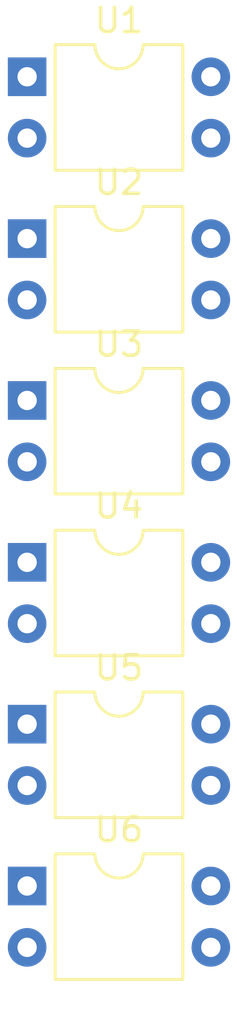
<source format=kicad_pcb>
(kicad_pcb (version 20221018) (generator pcbnew)
  (layers (0 "F.Cu" signal) (31 "B.Cu" signal) (34 "B.Paste" user) (35 "F.Paste" user) (36 "B.SilkS" user "B.Silkscreen") (37 "F.SilkS" user "F.Silkscreen") (38 "B.Mask" user) (39 "F.Mask" user) (44 "Edge.Cuts" user))
  (net 0 "")
  (net 1 "Net-(R1-Pad2)")
  (net 2 "GNDD")
  (net 3 "GND")
  (net 4 "Net-(J2-Pin_3)")
  (net 5 "Net-(R2-Pad2)")
  (net 6 "Net-(J2-Pin_4)")
  (net 7 "Net-(R3-Pad2)")
  (net 8 "Net-(J2-Pin_5)")
  (net 9 "Net-(R10-Pad1)")
  (net 10 "Net-(J1-Pin_6)")
  (net 11 "Net-(R11-Pad1)")
  (net 12 "Net-(J1-Pin_7)")
  (net 13 "Net-(R12-Pad1)")
  (net 14 "Net-(J1-Pin_8)")
  (footprint "Package_DIP:DIP-4_W7.62mm" (layer "F.Cu") (at 93.98 92.36)
    (fp_text reference "U5" (at 3.81 -2.33) (layer "F.SilkS"))
    (fp_text value "LTV-817")
    (fp_line (start 1.16 -1.33) (end 1.16 3.87) (stroke (width 0.12)) (layer "F.SilkS"))
    (fp_line (start 1.16 3.87) (end 6.46 3.87) (stroke (width 0.12)) (layer "F.SilkS"))
    (fp_line (start 2.81 -1.33) (end 1.16 -1.33) (stroke (width 0.12)) (layer "F.SilkS"))
    (fp_line (start 6.46 -1.33) (end 4.81 -1.33) (stroke (width 0.12)) (layer "F.SilkS"))
    (fp_line (start 6.46 3.87) (end 6.46 -1.33) (stroke (width 0.12)) (layer "F.SilkS"))
    (fp_arc (start 4.81 -1.33) (mid 3.81 -0.33) (end 2.81 -1.33) (stroke (width 0.12)) (layer "F.SilkS"))
    (pad "1" thru_hole rect (at 0 0) (size 1.6 1.6) (drill 0.8) (layers "*.Cu" "*.Mask") (net 11 "Net-(R11-Pad1)"))
    (pad "2" thru_hole oval (at 0 2.54) (size 1.6 1.6) (drill 0.8) (layers "*.Cu" "*.Mask") (net 3 "GND"))
    (pad "3" thru_hole oval (at 7.62 2.54) (size 1.6 1.6) (drill 0.8) (layers "*.Cu" "*.Mask") (net 2 "GNDD"))
    (pad "4" thru_hole oval (at 7.62 0) (size 1.6 1.6) (drill 0.8) (layers "*.Cu" "*.Mask") (net 12 "Net-(J1-Pin_7)"))
  )
  (footprint "Package_DIP:DIP-4_W7.62mm" (layer "F.Cu") (at 93.98 78.96)
    (fp_text reference "U3" (at 3.81 -2.33) (layer "F.SilkS"))
    (fp_text value "LTV-817")
    (fp_line (start 1.16 -1.33) (end 1.16 3.87) (stroke (width 0.12)) (layer "F.SilkS"))
    (fp_line (start 1.16 3.87) (end 6.46 3.87) (stroke (width 0.12)) (layer "F.SilkS"))
    (fp_line (start 2.81 -1.33) (end 1.16 -1.33) (stroke (width 0.12)) (layer "F.SilkS"))
    (fp_line (start 6.46 -1.33) (end 4.81 -1.33) (stroke (width 0.12)) (layer "F.SilkS"))
    (fp_line (start 6.46 3.87) (end 6.46 -1.33) (stroke (width 0.12)) (layer "F.SilkS"))
    (fp_arc (start 4.81 -1.33) (mid 3.81 -0.33) (end 2.81 -1.33) (stroke (width 0.12)) (layer "F.SilkS"))
    (pad "1" thru_hole rect (at 0 0) (size 1.6 1.6) (drill 0.8) (layers "*.Cu" "*.Mask") (net 7 "Net-(R3-Pad2)"))
    (pad "2" thru_hole oval (at 0 2.54) (size 1.6 1.6) (drill 0.8) (layers "*.Cu" "*.Mask") (net 2 "GNDD"))
    (pad "3" thru_hole oval (at 7.62 2.54) (size 1.6 1.6) (drill 0.8) (layers "*.Cu" "*.Mask") (net 3 "GND"))
    (pad "4" thru_hole oval (at 7.62 0) (size 1.6 1.6) (drill 0.8) (layers "*.Cu" "*.Mask") (net 8 "Net-(J2-Pin_5)"))
  )
  (footprint "Package_DIP:DIP-4_W7.62mm" (layer "F.Cu") (at 93.98 85.66)
    (fp_text reference "U4" (at 3.81 -2.33) (layer "F.SilkS"))
    (fp_text value "LTV-817")
    (fp_line (start 1.16 -1.33) (end 1.16 3.87) (stroke (width 0.12)) (layer "F.SilkS"))
    (fp_line (start 1.16 3.87) (end 6.46 3.87) (stroke (width 0.12)) (layer "F.SilkS"))
    (fp_line (start 2.81 -1.33) (end 1.16 -1.33) (stroke (width 0.12)) (layer "F.SilkS"))
    (fp_line (start 6.46 -1.33) (end 4.81 -1.33) (stroke (width 0.12)) (layer "F.SilkS"))
    (fp_line (start 6.46 3.87) (end 6.46 -1.33) (stroke (width 0.12)) (layer "F.SilkS"))
    (fp_arc (start 4.81 -1.33) (mid 3.81 -0.33) (end 2.81 -1.33) (stroke (width 0.12)) (layer "F.SilkS"))
    (pad "1" thru_hole rect (at 0 0) (size 1.6 1.6) (drill 0.8) (layers "*.Cu" "*.Mask") (net 9 "Net-(R10-Pad1)"))
    (pad "2" thru_hole oval (at 0 2.54) (size 1.6 1.6) (drill 0.8) (layers "*.Cu" "*.Mask") (net 3 "GND"))
    (pad "3" thru_hole oval (at 7.62 2.54) (size 1.6 1.6) (drill 0.8) (layers "*.Cu" "*.Mask") (net 2 "GNDD"))
    (pad "4" thru_hole oval (at 7.62 0) (size 1.6 1.6) (drill 0.8) (layers "*.Cu" "*.Mask") (net 10 "Net-(J1-Pin_6)"))
  )
  (footprint "Package_DIP:DIP-4_W7.62mm" (layer "F.Cu") (at 93.98 72.26)
    (fp_text reference "U2" (at 3.81 -2.33) (layer "F.SilkS"))
    (fp_text value "LTV-817")
    (fp_line (start 1.16 -1.33) (end 1.16 3.87) (stroke (width 0.12)) (layer "F.SilkS"))
    (fp_line (start 1.16 3.87) (end 6.46 3.87) (stroke (width 0.12)) (layer "F.SilkS"))
    (fp_line (start 2.81 -1.33) (end 1.16 -1.33) (stroke (width 0.12)) (layer "F.SilkS"))
    (fp_line (start 6.46 -1.33) (end 4.81 -1.33) (stroke (width 0.12)) (layer "F.SilkS"))
    (fp_line (start 6.46 3.87) (end 6.46 -1.33) (stroke (width 0.12)) (layer "F.SilkS"))
    (fp_arc (start 4.81 -1.33) (mid 3.81 -0.33) (end 2.81 -1.33) (stroke (width 0.12)) (layer "F.SilkS"))
    (pad "1" thru_hole rect (at 0 0) (size 1.6 1.6) (drill 0.8) (layers "*.Cu" "*.Mask") (net 5 "Net-(R2-Pad2)"))
    (pad "2" thru_hole oval (at 0 2.54) (size 1.6 1.6) (drill 0.8) (layers "*.Cu" "*.Mask") (net 2 "GNDD"))
    (pad "3" thru_hole oval (at 7.62 2.54) (size 1.6 1.6) (drill 0.8) (layers "*.Cu" "*.Mask") (net 3 "GND"))
    (pad "4" thru_hole oval (at 7.62 0) (size 1.6 1.6) (drill 0.8) (layers "*.Cu" "*.Mask") (net 6 "Net-(J2-Pin_4)"))
  )
  (footprint "Package_DIP:DIP-4_W7.62mm" (layer "F.Cu") (at 93.98 99.06)
    (fp_text reference "U6" (at 3.81 -2.33) (layer "F.SilkS"))
    (fp_text value "LTV-817")
    (fp_line (start 1.16 -1.33) (end 1.16 3.87) (stroke (width 0.12)) (layer "F.SilkS"))
    (fp_line (start 1.16 3.87) (end 6.46 3.87) (stroke (width 0.12)) (layer "F.SilkS"))
    (fp_line (start 2.81 -1.33) (end 1.16 -1.33) (stroke (width 0.12)) (layer "F.SilkS"))
    (fp_line (start 6.46 -1.33) (end 4.81 -1.33) (stroke (width 0.12)) (layer "F.SilkS"))
    (fp_line (start 6.46 3.87) (end 6.46 -1.33) (stroke (width 0.12)) (layer "F.SilkS"))
    (fp_arc (start 4.81 -1.33) (mid 3.81 -0.33) (end 2.81 -1.33) (stroke (width 0.12)) (layer "F.SilkS"))
    (pad "1" thru_hole rect (at 0 0) (size 1.6 1.6) (drill 0.8) (layers "*.Cu" "*.Mask") (net 13 "Net-(R12-Pad1)"))
    (pad "2" thru_hole oval (at 0 2.54) (size 1.6 1.6) (drill 0.8) (layers "*.Cu" "*.Mask") (net 3 "GND"))
    (pad "3" thru_hole oval (at 7.62 2.54) (size 1.6 1.6) (drill 0.8) (layers "*.Cu" "*.Mask") (net 2 "GNDD"))
    (pad "4" thru_hole oval (at 7.62 0) (size 1.6 1.6) (drill 0.8) (layers "*.Cu" "*.Mask") (net 14 "Net-(J1-Pin_8)"))
  )
  (footprint "Package_DIP:DIP-4_W7.62mm" (layer "F.Cu") (at 93.98 65.56)
    (fp_text reference "U1" (at 3.81 -2.33) (layer "F.SilkS"))
    (fp_text value "LTV-817")
    (fp_line (start 1.16 -1.33) (end 1.16 3.87) (stroke (width 0.12)) (layer "F.SilkS"))
    (fp_line (start 1.16 3.87) (end 6.46 3.87) (stroke (width 0.12)) (layer "F.SilkS"))
    (fp_line (start 2.81 -1.33) (end 1.16 -1.33) (stroke (width 0.12)) (layer "F.SilkS"))
    (fp_line (start 6.46 -1.33) (end 4.81 -1.33) (stroke (width 0.12)) (layer "F.SilkS"))
    (fp_line (start 6.46 3.87) (end 6.46 -1.33) (stroke (width 0.12)) (layer "F.SilkS"))
    (fp_arc (start 4.81 -1.33) (mid 3.81 -0.33) (end 2.81 -1.33) (stroke (width 0.12)) (layer "F.SilkS"))
    (pad "1" thru_hole rect (at 0 0) (size 1.6 1.6) (drill 0.8) (layers "*.Cu" "*.Mask") (net 1 "Net-(R1-Pad2)"))
    (pad "2" thru_hole oval (at 0 2.54) (size 1.6 1.6) (drill 0.8) (layers "*.Cu" "*.Mask") (net 2 "GNDD"))
    (pad "3" thru_hole oval (at 7.62 2.54) (size 1.6 1.6) (drill 0.8) (layers "*.Cu" "*.Mask") (net 3 "GND"))
    (pad "4" thru_hole oval (at 7.62 0) (size 1.6 1.6) (drill 0.8) (layers "*.Cu" "*.Mask") (net 4 "Net-(J2-Pin_3)"))
  )
)
</source>
